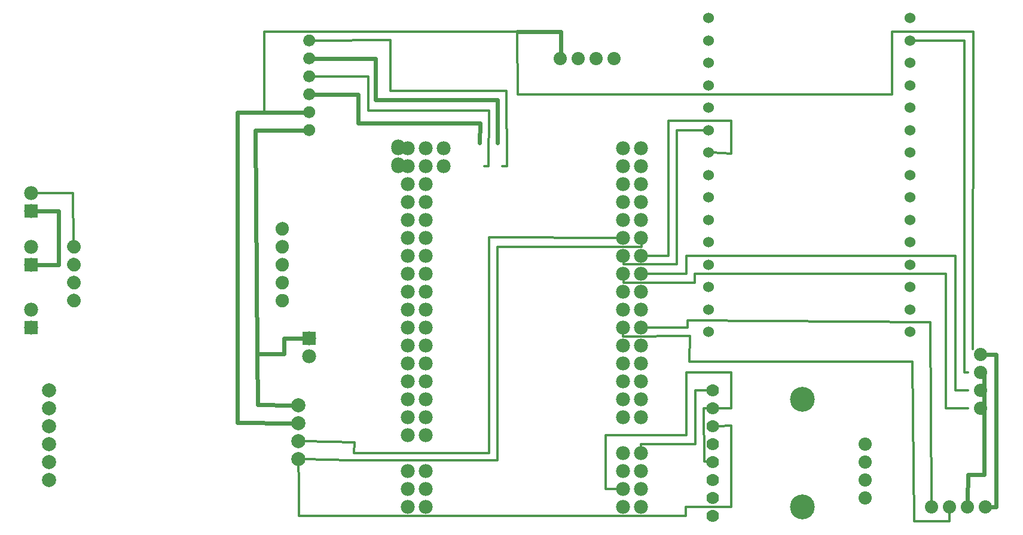
<source format=gtl>
G04 MADE WITH FRITZING*
G04 WWW.FRITZING.ORG*
G04 DOUBLE SIDED*
G04 HOLES PLATED*
G04 CONTOUR ON CENTER OF CONTOUR VECTOR*
%ASAXBY*%
%FSLAX23Y23*%
%MOIN*%
%OFA0B0*%
%SFA1.0B1.0*%
%ADD10C,0.078000*%
%ADD11C,0.065972*%
%ADD12C,0.074106*%
%ADD13C,0.078861*%
%ADD14C,0.078833*%
%ADD15C,0.138425*%
%ADD16C,0.070000*%
%ADD17C,0.073889*%
%ADD18C,0.060000*%
%ADD19R,0.078000X0.078000*%
%ADD20C,0.012000*%
%ADD21C,0.024000*%
%ADD22R,0.001000X0.001000*%
%LNCOPPER1*%
G90*
G70*
G54D10*
X2322Y563D03*
X2322Y663D03*
X2322Y763D03*
X2322Y863D03*
X2322Y963D03*
X2322Y1063D03*
X2322Y1163D03*
X2322Y1263D03*
X2322Y1363D03*
X2322Y1463D03*
X2322Y1563D03*
X2322Y1663D03*
X2322Y1763D03*
X2322Y1863D03*
X2322Y1963D03*
X2322Y2063D03*
X2322Y2163D03*
X2222Y2163D03*
X2222Y2063D03*
X2222Y1963D03*
X2222Y1863D03*
X2222Y1763D03*
X2222Y1663D03*
X2222Y1563D03*
X2222Y1463D03*
X2222Y1363D03*
X2222Y1263D03*
X2222Y1163D03*
X2222Y1063D03*
X2222Y963D03*
X2222Y863D03*
X2222Y763D03*
X2222Y663D03*
X2222Y563D03*
X3522Y663D03*
X3522Y763D03*
X3522Y863D03*
X3522Y963D03*
X3522Y1063D03*
X3522Y1163D03*
X3522Y1263D03*
X3522Y1363D03*
X3522Y1463D03*
X3522Y1563D03*
X3522Y1663D03*
X3522Y1763D03*
X3522Y1863D03*
X3522Y1963D03*
X3522Y2063D03*
X3522Y2163D03*
X3422Y2163D03*
X3422Y2063D03*
X3422Y1963D03*
X3422Y1863D03*
X3422Y1763D03*
X3422Y1663D03*
X3422Y1563D03*
X3422Y1463D03*
X3422Y1363D03*
X3422Y1263D03*
X3422Y1163D03*
X3422Y1063D03*
X3422Y963D03*
X3422Y863D03*
X3422Y763D03*
X3422Y663D03*
X3522Y163D03*
X3522Y263D03*
X3522Y363D03*
X3522Y463D03*
X3422Y463D03*
X3422Y363D03*
X3422Y263D03*
X3422Y163D03*
X2422Y2063D03*
X2167Y2063D03*
X2167Y2073D03*
X2167Y2063D03*
X2167Y2073D03*
X2167Y2063D03*
X2167Y2073D03*
X2167Y2163D03*
X2167Y2173D03*
X2167Y2163D03*
X2167Y2173D03*
X2167Y2163D03*
X2167Y2173D03*
X2422Y2163D03*
X2222Y163D03*
X2322Y163D03*
X2322Y263D03*
X2322Y363D03*
X2222Y363D03*
X2222Y263D03*
G54D11*
X1672Y2763D03*
X1672Y2663D03*
X1672Y2563D03*
X1672Y2463D03*
X1672Y2363D03*
X1672Y2263D03*
G54D12*
X359Y1614D03*
X359Y1514D03*
X359Y1413D03*
X359Y1313D03*
X1522Y1713D03*
X1522Y1613D03*
X1522Y1513D03*
X1522Y1413D03*
X1522Y1313D03*
G54D13*
X222Y313D03*
X222Y413D03*
X222Y513D03*
X222Y613D03*
X222Y713D03*
X222Y813D03*
G54D14*
X1612Y429D03*
X1612Y529D03*
X1612Y629D03*
X1612Y729D03*
G54D15*
X4422Y163D03*
G54D16*
X3922Y813D03*
X3922Y713D03*
X3922Y613D03*
X3922Y513D03*
X3922Y413D03*
X3922Y313D03*
X3922Y213D03*
X3922Y113D03*
G54D15*
X4422Y763D03*
G54D10*
X122Y1513D03*
X122Y1613D03*
G54D17*
X4772Y513D03*
X4772Y413D03*
X4772Y313D03*
X4772Y213D03*
X5415Y713D03*
X5415Y813D03*
X5415Y913D03*
X5415Y1013D03*
X3072Y2663D03*
X3172Y2663D03*
X3272Y2663D03*
X3372Y2663D03*
G54D10*
X122Y1813D03*
X122Y1913D03*
X122Y1163D03*
X122Y1263D03*
G54D18*
X3897Y1388D03*
X5022Y1138D03*
X5022Y1263D03*
X5022Y1388D03*
X5022Y1513D03*
X5022Y1638D03*
X3897Y1263D03*
X3897Y1138D03*
X3897Y1513D03*
X5022Y1763D03*
X5022Y1888D03*
X5022Y2013D03*
X5022Y2138D03*
X5022Y2263D03*
X5022Y2388D03*
X5022Y2513D03*
X5022Y2638D03*
X5022Y2763D03*
X5022Y2888D03*
X3897Y2013D03*
X3897Y2138D03*
X3897Y2263D03*
X3897Y2388D03*
X3897Y2513D03*
X3897Y2638D03*
X3897Y2763D03*
X3897Y2888D03*
X3897Y1638D03*
X3897Y1763D03*
X3897Y1888D03*
G54D10*
X1672Y1103D03*
X1672Y1003D03*
G54D17*
X5142Y163D03*
X5242Y163D03*
X5342Y163D03*
X5442Y163D03*
G54D19*
X122Y1513D03*
X122Y1813D03*
X122Y1163D03*
X1672Y1103D03*
G54D20*
X2123Y2483D02*
X2123Y2765D01*
D02*
X2772Y2483D02*
X2123Y2483D01*
D02*
X2773Y2063D02*
X2772Y2483D01*
D02*
X2123Y2765D02*
X1693Y2764D01*
D02*
X2747Y2063D02*
X2773Y2063D01*
G54D21*
D02*
X2042Y2663D02*
X1699Y2663D01*
D02*
X2722Y2194D02*
X2722Y2434D01*
D02*
X2042Y2434D02*
X2042Y2663D01*
D02*
X2722Y2434D02*
X2042Y2434D01*
G54D20*
D02*
X1932Y2564D02*
X1924Y2564D01*
D02*
X2002Y2564D02*
X1932Y2564D01*
D02*
X1924Y2564D02*
X1693Y2564D01*
D02*
X2002Y2373D02*
X2002Y2564D01*
D02*
X2673Y2372D02*
X2002Y2373D01*
D02*
X2672Y2063D02*
X2673Y2372D01*
D02*
X2647Y2063D02*
X2672Y2063D01*
G54D21*
D02*
X1942Y2462D02*
X1699Y2463D01*
D02*
X1943Y2304D02*
X1943Y2463D01*
D02*
X1943Y2463D02*
X1942Y2462D01*
D02*
X2623Y2303D02*
X1943Y2304D01*
D02*
X2622Y2194D02*
X2623Y2303D01*
G54D20*
D02*
X1902Y424D02*
X2722Y424D01*
D02*
X3523Y1613D02*
X3522Y1639D01*
D02*
X2722Y1613D02*
X3523Y1613D01*
D02*
X2722Y424D02*
X2722Y1613D01*
D02*
X1643Y429D02*
X1902Y424D01*
D02*
X1923Y524D02*
X1643Y529D01*
D02*
X1922Y464D02*
X1923Y524D01*
D02*
X2674Y464D02*
X1922Y464D01*
D02*
X2674Y1665D02*
X2674Y464D01*
D02*
X3398Y1663D02*
X2674Y1665D01*
D02*
X3823Y512D02*
X3823Y813D01*
D02*
X3823Y813D02*
X3897Y813D01*
D02*
X3521Y512D02*
X3823Y512D01*
D02*
X3522Y488D02*
X3521Y512D01*
D02*
X3773Y562D02*
X3773Y914D01*
D02*
X3773Y914D02*
X4024Y914D01*
D02*
X4024Y914D02*
X4024Y713D01*
D02*
X4024Y713D02*
X3948Y713D01*
D02*
X3323Y563D02*
X3773Y562D01*
D02*
X3324Y264D02*
X3323Y563D01*
D02*
X3398Y264D02*
X3324Y264D01*
D02*
X3873Y415D02*
X3897Y414D01*
D02*
X3872Y714D02*
X3873Y415D01*
D02*
X3897Y714D02*
X3872Y714D01*
D02*
X3771Y163D02*
X4024Y163D01*
D02*
X3771Y112D02*
X3771Y163D01*
D02*
X1613Y113D02*
X3771Y112D01*
D02*
X4024Y163D02*
X4024Y615D01*
D02*
X4024Y615D02*
X3947Y614D01*
D02*
X1613Y313D02*
X1613Y113D01*
D02*
X1612Y398D02*
X1613Y313D01*
D02*
X3721Y1515D02*
X3721Y2263D01*
D02*
X3721Y2263D02*
X3878Y2263D01*
D02*
X3423Y1515D02*
X3721Y1515D01*
D02*
X3422Y1539D02*
X3423Y1515D01*
D02*
X4024Y2315D02*
X4024Y2134D01*
D02*
X3674Y1563D02*
X3674Y2315D01*
D02*
X3674Y2315D02*
X4024Y2315D01*
D02*
X4024Y2134D02*
X3917Y2138D01*
D02*
X3547Y1563D02*
X3674Y1563D01*
D02*
X3822Y1463D02*
X3822Y1414D01*
D02*
X5221Y712D02*
X5221Y1463D01*
D02*
X5221Y1463D02*
X3822Y1463D01*
D02*
X3822Y1414D02*
X3722Y1413D01*
D02*
X3722Y1413D02*
X3423Y1413D01*
D02*
X3423Y1413D02*
X3422Y1439D01*
D02*
X5344Y713D02*
X5221Y712D01*
D02*
X5273Y813D02*
X5273Y1563D01*
D02*
X5273Y1563D02*
X3972Y1564D01*
D02*
X3972Y1564D02*
X3773Y1564D01*
D02*
X3773Y1564D02*
X3773Y1463D01*
D02*
X3773Y1463D02*
X3673Y1463D01*
D02*
X3673Y1463D02*
X3547Y1463D01*
D02*
X5344Y813D02*
X5273Y813D01*
G54D21*
D02*
X1382Y1015D02*
X1371Y2263D01*
D02*
X1383Y734D02*
X1382Y1015D01*
D02*
X1371Y2263D02*
X1646Y2263D01*
D02*
X1575Y730D02*
X1383Y734D01*
D02*
X1271Y634D02*
X1272Y2363D01*
D02*
X1272Y2363D02*
X1646Y2363D01*
D02*
X1575Y630D02*
X1271Y634D01*
G54D20*
D02*
X2833Y2462D02*
X4922Y2462D01*
D02*
X2831Y2812D02*
X2833Y2462D01*
D02*
X4922Y2462D02*
X4922Y2812D01*
D02*
X4922Y2812D02*
X5373Y2812D01*
D02*
X5373Y2812D02*
X5372Y1042D01*
D02*
X1421Y2812D02*
X2831Y2812D01*
D02*
X1421Y2363D02*
X1421Y2812D01*
D02*
X1651Y2363D02*
X1421Y2363D01*
D02*
X5324Y914D02*
X5324Y2763D01*
D02*
X5324Y2763D02*
X5042Y2763D01*
D02*
X5344Y914D02*
X5324Y914D01*
G54D21*
D02*
X3073Y2812D02*
X3073Y2698D01*
D02*
X2831Y2812D02*
X3073Y2812D01*
D02*
X273Y1513D02*
X273Y1814D01*
D02*
X273Y1814D02*
X152Y1813D01*
D02*
X152Y1513D02*
X273Y1513D01*
G54D20*
D02*
X354Y1912D02*
X147Y1913D01*
D02*
X358Y1637D02*
X354Y1912D01*
G54D21*
D02*
X1531Y1015D02*
X1531Y1102D01*
D02*
X1382Y1015D02*
X1531Y1015D01*
D02*
X1531Y1102D02*
X1642Y1103D01*
D02*
X5502Y163D02*
X5476Y163D01*
D02*
X5502Y1014D02*
X5502Y163D01*
D02*
X5406Y1014D02*
X5502Y1014D01*
D02*
X5343Y344D02*
X5434Y344D01*
D02*
X5434Y344D02*
X5434Y914D01*
D02*
X5434Y914D02*
X5406Y914D01*
D02*
X5342Y198D02*
X5343Y344D01*
G54D20*
D02*
X5033Y973D02*
X5043Y83D01*
D02*
X5241Y83D02*
X5242Y135D01*
D02*
X5043Y83D02*
X5241Y83D01*
D02*
X3792Y973D02*
X5033Y973D01*
D02*
X3421Y1114D02*
X3793Y1115D01*
D02*
X3422Y1139D02*
X3421Y1114D01*
D02*
X3793Y1115D02*
X3792Y973D01*
D02*
X3781Y1163D02*
X3781Y1204D01*
D02*
X3547Y1163D02*
X3781Y1163D01*
D02*
X5133Y1194D02*
X5142Y192D01*
D02*
X3781Y1204D02*
X5133Y1194D01*
G54D22*
X1671Y2797D02*
X1672Y2797D01*
X1664Y2796D02*
X1679Y2796D01*
X1661Y2795D02*
X1682Y2795D01*
X1659Y2794D02*
X1684Y2794D01*
X1656Y2793D02*
X1687Y2793D01*
X1655Y2792D02*
X1688Y2792D01*
X1653Y2791D02*
X1690Y2791D01*
X1652Y2790D02*
X1691Y2790D01*
X1650Y2789D02*
X1693Y2789D01*
X1649Y2788D02*
X1694Y2788D01*
X1648Y2787D02*
X1695Y2787D01*
X1647Y2786D02*
X1696Y2786D01*
X1647Y2785D02*
X1696Y2785D01*
X1646Y2784D02*
X1697Y2784D01*
X1645Y2783D02*
X1698Y2783D01*
X1644Y2782D02*
X1699Y2782D01*
X1644Y2781D02*
X1699Y2781D01*
X1643Y2780D02*
X1700Y2780D01*
X1643Y2779D02*
X1666Y2779D01*
X1677Y2779D02*
X1700Y2779D01*
X1642Y2778D02*
X1664Y2778D01*
X1679Y2778D02*
X1701Y2778D01*
X1642Y2777D02*
X1662Y2777D01*
X1681Y2777D02*
X1701Y2777D01*
X1641Y2776D02*
X1661Y2776D01*
X1682Y2776D02*
X1702Y2776D01*
X1641Y2775D02*
X1660Y2775D01*
X1683Y2775D02*
X1702Y2775D01*
X1641Y2774D02*
X1659Y2774D01*
X1684Y2774D02*
X1702Y2774D01*
X1640Y2773D02*
X1658Y2773D01*
X1685Y2773D02*
X1703Y2773D01*
X1640Y2772D02*
X1657Y2772D01*
X1686Y2772D02*
X1703Y2772D01*
X1640Y2771D02*
X1657Y2771D01*
X1686Y2771D02*
X1703Y2771D01*
X1640Y2770D02*
X1656Y2770D01*
X1687Y2770D02*
X1703Y2770D01*
X1639Y2769D02*
X1656Y2769D01*
X1687Y2769D02*
X1704Y2769D01*
X1639Y2768D02*
X1656Y2768D01*
X1687Y2768D02*
X1704Y2768D01*
X1639Y2767D02*
X1656Y2767D01*
X1687Y2767D02*
X1704Y2767D01*
X1639Y2766D02*
X1656Y2766D01*
X1687Y2766D02*
X1704Y2766D01*
X1639Y2765D02*
X1655Y2765D01*
X1688Y2765D02*
X1704Y2765D01*
X1639Y2764D02*
X1655Y2764D01*
X1688Y2764D02*
X1704Y2764D01*
X1639Y2763D02*
X1655Y2763D01*
X1688Y2763D02*
X1704Y2763D01*
X1639Y2762D02*
X1656Y2762D01*
X1687Y2762D02*
X1704Y2762D01*
X1639Y2761D02*
X1656Y2761D01*
X1687Y2761D02*
X1704Y2761D01*
X1639Y2760D02*
X1656Y2760D01*
X1687Y2760D02*
X1704Y2760D01*
X1640Y2759D02*
X1656Y2759D01*
X1687Y2759D02*
X1703Y2759D01*
X1640Y2758D02*
X1656Y2758D01*
X1687Y2758D02*
X1703Y2758D01*
X1640Y2757D02*
X1657Y2757D01*
X1686Y2757D02*
X1703Y2757D01*
X1640Y2756D02*
X1658Y2756D01*
X1685Y2756D02*
X1703Y2756D01*
X1640Y2755D02*
X1658Y2755D01*
X1685Y2755D02*
X1703Y2755D01*
X1641Y2754D02*
X1659Y2754D01*
X1684Y2754D02*
X1702Y2754D01*
X1641Y2753D02*
X1660Y2753D01*
X1683Y2753D02*
X1702Y2753D01*
X1642Y2752D02*
X1661Y2752D01*
X1682Y2752D02*
X1701Y2752D01*
X1642Y2751D02*
X1662Y2751D01*
X1681Y2751D02*
X1701Y2751D01*
X1642Y2750D02*
X1664Y2750D01*
X1679Y2750D02*
X1701Y2750D01*
X1643Y2749D02*
X1667Y2749D01*
X1676Y2749D02*
X1700Y2749D01*
X1643Y2748D02*
X1700Y2748D01*
X1644Y2747D02*
X1699Y2747D01*
X1645Y2746D02*
X1698Y2746D01*
X1645Y2745D02*
X1698Y2745D01*
X1646Y2744D02*
X1697Y2744D01*
X1647Y2743D02*
X1696Y2743D01*
X1648Y2742D02*
X1695Y2742D01*
X1648Y2741D02*
X1695Y2741D01*
X1650Y2740D02*
X1693Y2740D01*
X1651Y2739D02*
X1692Y2739D01*
X1652Y2738D02*
X1691Y2738D01*
X1653Y2737D02*
X1690Y2737D01*
X1655Y2736D02*
X1688Y2736D01*
X1657Y2735D02*
X1686Y2735D01*
X1659Y2734D02*
X1684Y2734D01*
X1662Y2733D02*
X1681Y2733D01*
X1665Y2732D02*
X1678Y2732D01*
X1670Y2697D02*
X1673Y2697D01*
X1664Y2696D02*
X1679Y2696D01*
X1661Y2695D02*
X1682Y2695D01*
X1658Y2694D02*
X1685Y2694D01*
X1656Y2693D02*
X1687Y2693D01*
X1655Y2692D02*
X1688Y2692D01*
X1653Y2691D02*
X1690Y2691D01*
X1652Y2690D02*
X1691Y2690D01*
X1650Y2689D02*
X1693Y2689D01*
X1649Y2688D02*
X1694Y2688D01*
X1648Y2687D02*
X1695Y2687D01*
X1647Y2686D02*
X1696Y2686D01*
X1647Y2685D02*
X1696Y2685D01*
X1646Y2684D02*
X1697Y2684D01*
X1645Y2683D02*
X1698Y2683D01*
X1644Y2682D02*
X1699Y2682D01*
X1644Y2681D02*
X1699Y2681D01*
X1643Y2680D02*
X1700Y2680D01*
X1643Y2679D02*
X1666Y2679D01*
X1677Y2679D02*
X1700Y2679D01*
X1642Y2678D02*
X1664Y2678D01*
X1679Y2678D02*
X1701Y2678D01*
X1642Y2677D02*
X1662Y2677D01*
X1681Y2677D02*
X1701Y2677D01*
X1641Y2676D02*
X1661Y2676D01*
X1682Y2676D02*
X1702Y2676D01*
X1641Y2675D02*
X1660Y2675D01*
X1683Y2675D02*
X1702Y2675D01*
X1641Y2674D02*
X1659Y2674D01*
X1684Y2674D02*
X1702Y2674D01*
X1640Y2673D02*
X1658Y2673D01*
X1685Y2673D02*
X1703Y2673D01*
X1640Y2672D02*
X1657Y2672D01*
X1686Y2672D02*
X1703Y2672D01*
X1640Y2671D02*
X1657Y2671D01*
X1686Y2671D02*
X1703Y2671D01*
X1640Y2670D02*
X1656Y2670D01*
X1687Y2670D02*
X1703Y2670D01*
X1639Y2669D02*
X1656Y2669D01*
X1687Y2669D02*
X1704Y2669D01*
X1639Y2668D02*
X1656Y2668D01*
X1687Y2668D02*
X1704Y2668D01*
X1639Y2667D02*
X1656Y2667D01*
X1687Y2667D02*
X1704Y2667D01*
X1639Y2666D02*
X1656Y2666D01*
X1687Y2666D02*
X1704Y2666D01*
X1639Y2665D02*
X1655Y2665D01*
X1688Y2665D02*
X1704Y2665D01*
X1639Y2664D02*
X1655Y2664D01*
X1688Y2664D02*
X1704Y2664D01*
X1639Y2663D02*
X1655Y2663D01*
X1688Y2663D02*
X1704Y2663D01*
X1639Y2662D02*
X1656Y2662D01*
X1687Y2662D02*
X1704Y2662D01*
X1639Y2661D02*
X1656Y2661D01*
X1687Y2661D02*
X1704Y2661D01*
X1639Y2660D02*
X1656Y2660D01*
X1687Y2660D02*
X1704Y2660D01*
X1640Y2659D02*
X1656Y2659D01*
X1687Y2659D02*
X1703Y2659D01*
X1640Y2658D02*
X1656Y2658D01*
X1687Y2658D02*
X1703Y2658D01*
X1640Y2657D02*
X1657Y2657D01*
X1686Y2657D02*
X1703Y2657D01*
X1640Y2656D02*
X1658Y2656D01*
X1685Y2656D02*
X1703Y2656D01*
X1640Y2655D02*
X1658Y2655D01*
X1685Y2655D02*
X1703Y2655D01*
X1641Y2654D02*
X1659Y2654D01*
X1684Y2654D02*
X1702Y2654D01*
X1641Y2653D02*
X1660Y2653D01*
X1683Y2653D02*
X1702Y2653D01*
X1642Y2652D02*
X1661Y2652D01*
X1682Y2652D02*
X1701Y2652D01*
X1642Y2651D02*
X1662Y2651D01*
X1681Y2651D02*
X1701Y2651D01*
X1642Y2650D02*
X1664Y2650D01*
X1679Y2650D02*
X1701Y2650D01*
X1643Y2649D02*
X1667Y2649D01*
X1676Y2649D02*
X1700Y2649D01*
X1643Y2648D02*
X1700Y2648D01*
X1644Y2647D02*
X1699Y2647D01*
X1645Y2646D02*
X1698Y2646D01*
X1645Y2645D02*
X1698Y2645D01*
X1646Y2644D02*
X1697Y2644D01*
X1647Y2643D02*
X1696Y2643D01*
X1648Y2642D02*
X1695Y2642D01*
X1649Y2641D02*
X1694Y2641D01*
X1650Y2640D02*
X1693Y2640D01*
X1651Y2639D02*
X1692Y2639D01*
X1652Y2638D02*
X1691Y2638D01*
X1653Y2637D02*
X1690Y2637D01*
X1655Y2636D02*
X1688Y2636D01*
X1657Y2635D02*
X1686Y2635D01*
X1659Y2634D02*
X1684Y2634D01*
X1662Y2633D02*
X1681Y2633D01*
X1665Y2632D02*
X1678Y2632D01*
X1669Y2597D02*
X1674Y2597D01*
X1664Y2596D02*
X1679Y2596D01*
X1661Y2595D02*
X1682Y2595D01*
X1658Y2594D02*
X1685Y2594D01*
X1656Y2593D02*
X1687Y2593D01*
X1655Y2592D02*
X1688Y2592D01*
X1653Y2591D02*
X1690Y2591D01*
X1652Y2590D02*
X1691Y2590D01*
X1650Y2589D02*
X1693Y2589D01*
X1649Y2588D02*
X1694Y2588D01*
X1648Y2587D02*
X1695Y2587D01*
X1647Y2586D02*
X1696Y2586D01*
X1646Y2585D02*
X1696Y2585D01*
X1646Y2584D02*
X1697Y2584D01*
X1645Y2583D02*
X1698Y2583D01*
X1644Y2582D02*
X1699Y2582D01*
X1644Y2581D02*
X1699Y2581D01*
X1643Y2580D02*
X1700Y2580D01*
X1643Y2579D02*
X1666Y2579D01*
X1677Y2579D02*
X1700Y2579D01*
X1642Y2578D02*
X1664Y2578D01*
X1679Y2578D02*
X1701Y2578D01*
X1642Y2577D02*
X1662Y2577D01*
X1681Y2577D02*
X1701Y2577D01*
X1641Y2576D02*
X1661Y2576D01*
X1682Y2576D02*
X1702Y2576D01*
X1641Y2575D02*
X1660Y2575D01*
X1683Y2575D02*
X1702Y2575D01*
X1641Y2574D02*
X1659Y2574D01*
X1684Y2574D02*
X1702Y2574D01*
X1640Y2573D02*
X1658Y2573D01*
X1685Y2573D02*
X1703Y2573D01*
X1640Y2572D02*
X1657Y2572D01*
X1686Y2572D02*
X1703Y2572D01*
X1640Y2571D02*
X1657Y2571D01*
X1686Y2571D02*
X1703Y2571D01*
X1640Y2570D02*
X1656Y2570D01*
X1687Y2570D02*
X1703Y2570D01*
X1639Y2569D02*
X1656Y2569D01*
X1687Y2569D02*
X1704Y2569D01*
X1639Y2568D02*
X1656Y2568D01*
X1687Y2568D02*
X1704Y2568D01*
X1639Y2567D02*
X1656Y2567D01*
X1687Y2567D02*
X1704Y2567D01*
X1639Y2566D02*
X1656Y2566D01*
X1687Y2566D02*
X1704Y2566D01*
X1639Y2565D02*
X1655Y2565D01*
X1688Y2565D02*
X1704Y2565D01*
X1639Y2564D02*
X1655Y2564D01*
X1688Y2564D02*
X1704Y2564D01*
X1639Y2563D02*
X1655Y2563D01*
X1688Y2563D02*
X1704Y2563D01*
X1639Y2562D02*
X1656Y2562D01*
X1687Y2562D02*
X1704Y2562D01*
X1639Y2561D02*
X1656Y2561D01*
X1687Y2561D02*
X1704Y2561D01*
X1639Y2560D02*
X1656Y2560D01*
X1687Y2560D02*
X1704Y2560D01*
X1640Y2559D02*
X1656Y2559D01*
X1687Y2559D02*
X1703Y2559D01*
X1640Y2558D02*
X1656Y2558D01*
X1687Y2558D02*
X1703Y2558D01*
X1640Y2557D02*
X1657Y2557D01*
X1686Y2557D02*
X1703Y2557D01*
X1640Y2556D02*
X1658Y2556D01*
X1685Y2556D02*
X1703Y2556D01*
X1640Y2555D02*
X1658Y2555D01*
X1685Y2555D02*
X1703Y2555D01*
X1641Y2554D02*
X1659Y2554D01*
X1684Y2554D02*
X1702Y2554D01*
X1641Y2553D02*
X1660Y2553D01*
X1683Y2553D02*
X1702Y2553D01*
X1642Y2552D02*
X1661Y2552D01*
X1682Y2552D02*
X1701Y2552D01*
X1642Y2551D02*
X1662Y2551D01*
X1681Y2551D02*
X1701Y2551D01*
X1642Y2550D02*
X1664Y2550D01*
X1679Y2550D02*
X1701Y2550D01*
X1643Y2549D02*
X1667Y2549D01*
X1676Y2549D02*
X1700Y2549D01*
X1643Y2548D02*
X1700Y2548D01*
X1644Y2547D02*
X1699Y2547D01*
X1645Y2546D02*
X1698Y2546D01*
X1645Y2545D02*
X1698Y2545D01*
X1646Y2544D02*
X1697Y2544D01*
X1647Y2543D02*
X1696Y2543D01*
X1648Y2542D02*
X1695Y2542D01*
X1649Y2541D02*
X1694Y2541D01*
X1650Y2540D02*
X1693Y2540D01*
X1651Y2539D02*
X1692Y2539D01*
X1652Y2538D02*
X1691Y2538D01*
X1653Y2537D02*
X1690Y2537D01*
X1655Y2536D02*
X1688Y2536D01*
X1657Y2535D02*
X1686Y2535D01*
X1659Y2534D02*
X1684Y2534D01*
X1662Y2533D02*
X1681Y2533D01*
X1665Y2532D02*
X1678Y2532D01*
X1669Y2497D02*
X1674Y2497D01*
X1664Y2496D02*
X1679Y2496D01*
X1661Y2495D02*
X1682Y2495D01*
X1658Y2494D02*
X1685Y2494D01*
X1656Y2493D02*
X1687Y2493D01*
X1655Y2492D02*
X1688Y2492D01*
X1653Y2491D02*
X1690Y2491D01*
X1652Y2490D02*
X1691Y2490D01*
X1650Y2489D02*
X1693Y2489D01*
X1649Y2488D02*
X1694Y2488D01*
X1648Y2487D02*
X1695Y2487D01*
X1647Y2486D02*
X1696Y2486D01*
X1646Y2485D02*
X1697Y2485D01*
X1646Y2484D02*
X1697Y2484D01*
X1645Y2483D02*
X1698Y2483D01*
X1644Y2482D02*
X1699Y2482D01*
X1644Y2481D02*
X1699Y2481D01*
X1643Y2480D02*
X1700Y2480D01*
X1643Y2479D02*
X1666Y2479D01*
X1677Y2479D02*
X1700Y2479D01*
X1642Y2478D02*
X1664Y2478D01*
X1679Y2478D02*
X1701Y2478D01*
X1642Y2477D02*
X1662Y2477D01*
X1681Y2477D02*
X1701Y2477D01*
X1641Y2476D02*
X1661Y2476D01*
X1682Y2476D02*
X1702Y2476D01*
X1641Y2475D02*
X1660Y2475D01*
X1683Y2475D02*
X1702Y2475D01*
X1641Y2474D02*
X1659Y2474D01*
X1684Y2474D02*
X1702Y2474D01*
X1640Y2473D02*
X1658Y2473D01*
X1685Y2473D02*
X1703Y2473D01*
X1640Y2472D02*
X1657Y2472D01*
X1686Y2472D02*
X1703Y2472D01*
X1640Y2471D02*
X1657Y2471D01*
X1686Y2471D02*
X1703Y2471D01*
X1640Y2470D02*
X1656Y2470D01*
X1687Y2470D02*
X1703Y2470D01*
X1639Y2469D02*
X1656Y2469D01*
X1687Y2469D02*
X1704Y2469D01*
X1639Y2468D02*
X1656Y2468D01*
X1687Y2468D02*
X1704Y2468D01*
X1639Y2467D02*
X1656Y2467D01*
X1687Y2467D02*
X1704Y2467D01*
X1639Y2466D02*
X1656Y2466D01*
X1687Y2466D02*
X1704Y2466D01*
X1639Y2465D02*
X1655Y2465D01*
X1688Y2465D02*
X1704Y2465D01*
X1639Y2464D02*
X1655Y2464D01*
X1688Y2464D02*
X1704Y2464D01*
X1639Y2463D02*
X1655Y2463D01*
X1688Y2463D02*
X1704Y2463D01*
X1639Y2462D02*
X1656Y2462D01*
X1687Y2462D02*
X1704Y2462D01*
X1639Y2461D02*
X1656Y2461D01*
X1687Y2461D02*
X1704Y2461D01*
X1639Y2460D02*
X1656Y2460D01*
X1687Y2460D02*
X1704Y2460D01*
X1640Y2459D02*
X1656Y2459D01*
X1687Y2459D02*
X1703Y2459D01*
X1640Y2458D02*
X1656Y2458D01*
X1686Y2458D02*
X1703Y2458D01*
X1640Y2457D02*
X1657Y2457D01*
X1686Y2457D02*
X1703Y2457D01*
X1640Y2456D02*
X1658Y2456D01*
X1685Y2456D02*
X1703Y2456D01*
X1640Y2455D02*
X1658Y2455D01*
X1685Y2455D02*
X1703Y2455D01*
X1641Y2454D02*
X1659Y2454D01*
X1684Y2454D02*
X1702Y2454D01*
X1641Y2453D02*
X1660Y2453D01*
X1683Y2453D02*
X1702Y2453D01*
X1642Y2452D02*
X1661Y2452D01*
X1682Y2452D02*
X1701Y2452D01*
X1642Y2451D02*
X1662Y2451D01*
X1681Y2451D02*
X1701Y2451D01*
X1642Y2450D02*
X1664Y2450D01*
X1679Y2450D02*
X1701Y2450D01*
X1643Y2449D02*
X1667Y2449D01*
X1676Y2449D02*
X1700Y2449D01*
X1643Y2448D02*
X1700Y2448D01*
X1644Y2447D02*
X1699Y2447D01*
X1645Y2446D02*
X1698Y2446D01*
X1645Y2445D02*
X1698Y2445D01*
X1646Y2444D02*
X1697Y2444D01*
X1647Y2443D02*
X1696Y2443D01*
X1648Y2442D02*
X1695Y2442D01*
X1649Y2441D02*
X1694Y2441D01*
X1650Y2440D02*
X1693Y2440D01*
X1651Y2439D02*
X1692Y2439D01*
X1652Y2438D02*
X1691Y2438D01*
X1653Y2437D02*
X1690Y2437D01*
X1655Y2436D02*
X1688Y2436D01*
X1657Y2435D02*
X1686Y2435D01*
X1659Y2434D02*
X1684Y2434D01*
X1662Y2433D02*
X1681Y2433D01*
X1665Y2432D02*
X1678Y2432D01*
X1669Y2397D02*
X1674Y2397D01*
X1664Y2396D02*
X1679Y2396D01*
X1661Y2395D02*
X1682Y2395D01*
X1658Y2394D02*
X1685Y2394D01*
X1656Y2393D02*
X1687Y2393D01*
X1654Y2392D02*
X1689Y2392D01*
X1653Y2391D02*
X1690Y2391D01*
X1652Y2390D02*
X1691Y2390D01*
X1650Y2389D02*
X1693Y2389D01*
X1649Y2388D02*
X1694Y2388D01*
X1648Y2387D02*
X1695Y2387D01*
X1647Y2386D02*
X1696Y2386D01*
X1646Y2385D02*
X1697Y2385D01*
X1646Y2384D02*
X1697Y2384D01*
X1645Y2383D02*
X1698Y2383D01*
X1644Y2382D02*
X1699Y2382D01*
X1644Y2381D02*
X1699Y2381D01*
X1643Y2380D02*
X1700Y2380D01*
X1643Y2379D02*
X1666Y2379D01*
X1677Y2379D02*
X1700Y2379D01*
X1642Y2378D02*
X1664Y2378D01*
X1680Y2378D02*
X1701Y2378D01*
X1642Y2377D02*
X1662Y2377D01*
X1681Y2377D02*
X1701Y2377D01*
X1641Y2376D02*
X1661Y2376D01*
X1682Y2376D02*
X1702Y2376D01*
X1641Y2375D02*
X1660Y2375D01*
X1683Y2375D02*
X1702Y2375D01*
X1641Y2374D02*
X1659Y2374D01*
X1684Y2374D02*
X1702Y2374D01*
X1640Y2373D02*
X1658Y2373D01*
X1685Y2373D02*
X1703Y2373D01*
X1640Y2372D02*
X1657Y2372D01*
X1686Y2372D02*
X1703Y2372D01*
X1640Y2371D02*
X1657Y2371D01*
X1686Y2371D02*
X1703Y2371D01*
X1640Y2370D02*
X1656Y2370D01*
X1687Y2370D02*
X1703Y2370D01*
X1639Y2369D02*
X1656Y2369D01*
X1687Y2369D02*
X1704Y2369D01*
X1639Y2368D02*
X1656Y2368D01*
X1687Y2368D02*
X1704Y2368D01*
X1639Y2367D02*
X1656Y2367D01*
X1687Y2367D02*
X1704Y2367D01*
X1639Y2366D02*
X1656Y2366D01*
X1688Y2366D02*
X1704Y2366D01*
X1639Y2365D02*
X1655Y2365D01*
X1688Y2365D02*
X1704Y2365D01*
X1639Y2364D02*
X1655Y2364D01*
X1688Y2364D02*
X1704Y2364D01*
X1639Y2363D02*
X1655Y2363D01*
X1688Y2363D02*
X1704Y2363D01*
X1639Y2362D02*
X1656Y2362D01*
X1687Y2362D02*
X1704Y2362D01*
X1639Y2361D02*
X1656Y2361D01*
X1687Y2361D02*
X1704Y2361D01*
X1639Y2360D02*
X1656Y2360D01*
X1687Y2360D02*
X1704Y2360D01*
X1640Y2359D02*
X1656Y2359D01*
X1687Y2359D02*
X1703Y2359D01*
X1640Y2358D02*
X1657Y2358D01*
X1686Y2358D02*
X1703Y2358D01*
X1640Y2357D02*
X1657Y2357D01*
X1686Y2357D02*
X1703Y2357D01*
X1640Y2356D02*
X1658Y2356D01*
X1685Y2356D02*
X1703Y2356D01*
X1641Y2355D02*
X1658Y2355D01*
X1685Y2355D02*
X1703Y2355D01*
X1641Y2354D02*
X1659Y2354D01*
X1684Y2354D02*
X1702Y2354D01*
X1641Y2353D02*
X1660Y2353D01*
X1683Y2353D02*
X1702Y2353D01*
X1642Y2352D02*
X1661Y2352D01*
X1682Y2352D02*
X1701Y2352D01*
X1642Y2351D02*
X1663Y2351D01*
X1680Y2351D02*
X1701Y2351D01*
X1642Y2350D02*
X1664Y2350D01*
X1679Y2350D02*
X1701Y2350D01*
X1643Y2349D02*
X1667Y2349D01*
X1676Y2349D02*
X1700Y2349D01*
X1643Y2348D02*
X1700Y2348D01*
X1644Y2347D02*
X1699Y2347D01*
X1645Y2346D02*
X1698Y2346D01*
X1645Y2345D02*
X1698Y2345D01*
X1646Y2344D02*
X1697Y2344D01*
X1647Y2343D02*
X1696Y2343D01*
X1648Y2342D02*
X1695Y2342D01*
X1649Y2341D02*
X1694Y2341D01*
X1650Y2340D02*
X1693Y2340D01*
X1651Y2339D02*
X1692Y2339D01*
X1652Y2338D02*
X1691Y2338D01*
X1654Y2337D02*
X1689Y2337D01*
X1655Y2336D02*
X1688Y2336D01*
X1657Y2335D02*
X1686Y2335D01*
X1659Y2334D02*
X1684Y2334D01*
X1662Y2333D02*
X1681Y2333D01*
X1666Y2332D02*
X1678Y2332D01*
X1668Y2297D02*
X1675Y2297D01*
X1664Y2296D02*
X1679Y2296D01*
X1661Y2295D02*
X1682Y2295D01*
X1658Y2294D02*
X1685Y2294D01*
X1656Y2293D02*
X1687Y2293D01*
X1654Y2292D02*
X1689Y2292D01*
X1653Y2291D02*
X1690Y2291D01*
X1651Y2290D02*
X1691Y2290D01*
X1650Y2289D02*
X1693Y2289D01*
X1649Y2288D02*
X1694Y2288D01*
X1648Y2287D02*
X1695Y2287D01*
X1647Y2286D02*
X1696Y2286D01*
X1646Y2285D02*
X1697Y2285D01*
X1646Y2284D02*
X1697Y2284D01*
X1645Y2283D02*
X1698Y2283D01*
X1644Y2282D02*
X1699Y2282D01*
X1644Y2281D02*
X1699Y2281D01*
X1643Y2280D02*
X1700Y2280D01*
X1643Y2279D02*
X1666Y2279D01*
X1677Y2279D02*
X1700Y2279D01*
X1642Y2278D02*
X1663Y2278D01*
X1680Y2278D02*
X1701Y2278D01*
X1642Y2277D02*
X1662Y2277D01*
X1681Y2277D02*
X1701Y2277D01*
X1641Y2276D02*
X1661Y2276D01*
X1682Y2276D02*
X1702Y2276D01*
X1641Y2275D02*
X1660Y2275D01*
X1683Y2275D02*
X1702Y2275D01*
X1641Y2274D02*
X1659Y2274D01*
X1684Y2274D02*
X1702Y2274D01*
X1640Y2273D02*
X1658Y2273D01*
X1685Y2273D02*
X1703Y2273D01*
X1640Y2272D02*
X1657Y2272D01*
X1686Y2272D02*
X1703Y2272D01*
X1640Y2271D02*
X1657Y2271D01*
X1686Y2271D02*
X1703Y2271D01*
X1640Y2270D02*
X1656Y2270D01*
X1687Y2270D02*
X1703Y2270D01*
X1639Y2269D02*
X1656Y2269D01*
X1687Y2269D02*
X1704Y2269D01*
X1639Y2268D02*
X1656Y2268D01*
X1687Y2268D02*
X1704Y2268D01*
X1639Y2267D02*
X1656Y2267D01*
X1687Y2267D02*
X1704Y2267D01*
X1639Y2266D02*
X1656Y2266D01*
X1687Y2266D02*
X1704Y2266D01*
X1639Y2265D02*
X1655Y2265D01*
X1688Y2265D02*
X1704Y2265D01*
X1639Y2264D02*
X1655Y2264D01*
X1688Y2264D02*
X1704Y2264D01*
X1639Y2263D02*
X1655Y2263D01*
X1688Y2263D02*
X1704Y2263D01*
X1639Y2262D02*
X1656Y2262D01*
X1687Y2262D02*
X1704Y2262D01*
X1639Y2261D02*
X1656Y2261D01*
X1687Y2261D02*
X1704Y2261D01*
X1639Y2260D02*
X1656Y2260D01*
X1687Y2260D02*
X1704Y2260D01*
X1640Y2259D02*
X1656Y2259D01*
X1687Y2259D02*
X1703Y2259D01*
X1640Y2258D02*
X1657Y2258D01*
X1686Y2258D02*
X1703Y2258D01*
X1640Y2257D02*
X1657Y2257D01*
X1686Y2257D02*
X1703Y2257D01*
X1640Y2256D02*
X1658Y2256D01*
X1685Y2256D02*
X1703Y2256D01*
X1641Y2255D02*
X1658Y2255D01*
X1685Y2255D02*
X1703Y2255D01*
X1641Y2254D02*
X1659Y2254D01*
X1684Y2254D02*
X1702Y2254D01*
X1641Y2253D02*
X1660Y2253D01*
X1683Y2253D02*
X1702Y2253D01*
X1642Y2252D02*
X1661Y2252D01*
X1682Y2252D02*
X1701Y2252D01*
X1642Y2251D02*
X1663Y2251D01*
X1680Y2251D02*
X1701Y2251D01*
X1642Y2250D02*
X1664Y2250D01*
X1679Y2250D02*
X1701Y2250D01*
X1643Y2249D02*
X1667Y2249D01*
X1676Y2249D02*
X1700Y2249D01*
X1643Y2248D02*
X1700Y2248D01*
X1644Y2247D02*
X1699Y2247D01*
X1645Y2246D02*
X1698Y2246D01*
X1645Y2245D02*
X1698Y2245D01*
X1646Y2244D02*
X1697Y2244D01*
X1647Y2243D02*
X1696Y2243D01*
X1648Y2242D02*
X1695Y2242D01*
X1649Y2241D02*
X1694Y2241D01*
X1650Y2240D02*
X1693Y2240D01*
X1651Y2239D02*
X1692Y2239D01*
X1652Y2238D02*
X1691Y2238D01*
X1654Y2237D02*
X1689Y2237D01*
X1655Y2236D02*
X1688Y2236D01*
X1657Y2235D02*
X1686Y2235D01*
X1659Y2234D02*
X1684Y2234D01*
X1662Y2233D02*
X1681Y2233D01*
X1666Y2232D02*
X1677Y2232D01*
X1517Y1751D02*
X1526Y1751D01*
X1512Y1750D02*
X1531Y1750D01*
X1509Y1749D02*
X1534Y1749D01*
X1507Y1748D02*
X1536Y1748D01*
X1505Y1747D02*
X1538Y1747D01*
X1503Y1746D02*
X1540Y1746D01*
X1501Y1745D02*
X1542Y1745D01*
X1500Y1744D02*
X1543Y1744D01*
X1499Y1743D02*
X1544Y1743D01*
X1497Y1742D02*
X1546Y1742D01*
X1496Y1741D02*
X1547Y1741D01*
X1495Y1740D02*
X1548Y1740D01*
X1494Y1739D02*
X1549Y1739D01*
X1494Y1738D02*
X1550Y1738D01*
X1493Y1737D02*
X1550Y1737D01*
X1492Y1736D02*
X1551Y1736D01*
X1491Y1735D02*
X1552Y1735D01*
X1491Y1734D02*
X1552Y1734D01*
X1490Y1733D02*
X1553Y1733D01*
X1490Y1732D02*
X1553Y1732D01*
X1489Y1731D02*
X1515Y1731D01*
X1528Y1731D02*
X1554Y1731D01*
X1489Y1730D02*
X1513Y1730D01*
X1530Y1730D02*
X1554Y1730D01*
X1488Y1729D02*
X1511Y1729D01*
X1532Y1729D02*
X1555Y1729D01*
X1488Y1728D02*
X1510Y1728D01*
X1533Y1728D02*
X1555Y1728D01*
X1487Y1727D02*
X1509Y1727D01*
X1534Y1727D02*
X1556Y1727D01*
X1487Y1726D02*
X1508Y1726D01*
X1535Y1726D02*
X1556Y1726D01*
X1487Y1725D02*
X1507Y1725D01*
X1536Y1725D02*
X1556Y1725D01*
X1486Y1724D02*
X1506Y1724D01*
X1537Y1724D02*
X1557Y1724D01*
X1486Y1723D02*
X1506Y1723D01*
X1537Y1723D02*
X1557Y1723D01*
X1486Y1722D02*
X1505Y1722D01*
X1538Y1722D02*
X1557Y1722D01*
X1486Y1721D02*
X1505Y1721D01*
X1538Y1721D02*
X1557Y1721D01*
X1486Y1720D02*
X1504Y1720D01*
X1539Y1720D02*
X1558Y1720D01*
X1485Y1719D02*
X1504Y1719D01*
X1539Y1719D02*
X1558Y1719D01*
X1485Y1718D02*
X1504Y1718D01*
X1539Y1718D02*
X1558Y1718D01*
X1485Y1717D02*
X1504Y1717D01*
X1539Y1717D02*
X1558Y1717D01*
X1485Y1716D02*
X1504Y1716D01*
X1539Y1716D02*
X1558Y1716D01*
X1485Y1715D02*
X1504Y1715D01*
X1540Y1715D02*
X1558Y1715D01*
X1485Y1714D02*
X1504Y1714D01*
X1540Y1714D02*
X1558Y1714D01*
X1485Y1713D02*
X1504Y1713D01*
X1539Y1713D02*
X1558Y1713D01*
X1485Y1712D02*
X1504Y1712D01*
X1539Y1712D02*
X1558Y1712D01*
X1485Y1711D02*
X1504Y1711D01*
X1539Y1711D02*
X1558Y1711D01*
X1485Y1710D02*
X1504Y1710D01*
X1539Y1710D02*
X1558Y1710D01*
X1485Y1709D02*
X1504Y1709D01*
X1539Y1709D02*
X1558Y1709D01*
X1486Y1708D02*
X1505Y1708D01*
X1538Y1708D02*
X1557Y1708D01*
X1486Y1707D02*
X1505Y1707D01*
X1538Y1707D02*
X1557Y1707D01*
X1486Y1706D02*
X1506Y1706D01*
X1537Y1706D02*
X1557Y1706D01*
X1486Y1705D02*
X1506Y1705D01*
X1537Y1705D02*
X1557Y1705D01*
X1487Y1704D02*
X1507Y1704D01*
X1536Y1704D02*
X1556Y1704D01*
X1487Y1703D02*
X1508Y1703D01*
X1535Y1703D02*
X1556Y1703D01*
X1487Y1702D02*
X1509Y1702D01*
X1534Y1702D02*
X1556Y1702D01*
X1488Y1701D02*
X1510Y1701D01*
X1533Y1701D02*
X1555Y1701D01*
X1488Y1700D02*
X1511Y1700D01*
X1532Y1700D02*
X1555Y1700D01*
X1489Y1699D02*
X1513Y1699D01*
X1531Y1699D02*
X1554Y1699D01*
X1489Y1698D02*
X1514Y1698D01*
X1529Y1698D02*
X1554Y1698D01*
X1490Y1697D02*
X1519Y1697D01*
X1524Y1697D02*
X1554Y1697D01*
X1490Y1696D02*
X1553Y1696D01*
X1491Y1695D02*
X1552Y1695D01*
X1491Y1694D02*
X1552Y1694D01*
X1492Y1693D02*
X1551Y1693D01*
X1493Y1692D02*
X1550Y1692D01*
X1493Y1691D02*
X1550Y1691D01*
X1494Y1690D02*
X1549Y1690D01*
X1495Y1689D02*
X1548Y1689D01*
X1496Y1688D02*
X1547Y1688D01*
X1497Y1687D02*
X1546Y1687D01*
X1498Y1686D02*
X1545Y1686D01*
X1500Y1685D02*
X1543Y1685D01*
X1501Y1684D02*
X1542Y1684D01*
X1503Y1683D02*
X1540Y1683D01*
X1504Y1682D02*
X1539Y1682D01*
X1507Y1681D02*
X1537Y1681D01*
X1509Y1680D02*
X1534Y1680D01*
X1512Y1679D02*
X1531Y1679D01*
X1516Y1678D02*
X1527Y1678D01*
X352Y1651D02*
X365Y1651D01*
X1518Y1651D02*
X1525Y1651D01*
X348Y1650D02*
X368Y1650D01*
X1513Y1650D02*
X1530Y1650D01*
X345Y1649D02*
X371Y1649D01*
X1510Y1649D02*
X1533Y1649D01*
X343Y1648D02*
X373Y1648D01*
X1507Y1648D02*
X1536Y1648D01*
X341Y1647D02*
X375Y1647D01*
X1505Y1647D02*
X1538Y1647D01*
X339Y1646D02*
X377Y1646D01*
X1503Y1646D02*
X1540Y1646D01*
X337Y1645D02*
X379Y1645D01*
X1502Y1645D02*
X1542Y1645D01*
X336Y1644D02*
X380Y1644D01*
X1500Y1644D02*
X1543Y1644D01*
X335Y1643D02*
X381Y1643D01*
X1499Y1643D02*
X1544Y1643D01*
X334Y1642D02*
X383Y1642D01*
X1498Y1642D02*
X1546Y1642D01*
X333Y1641D02*
X384Y1641D01*
X1496Y1641D02*
X1547Y1641D01*
X332Y1640D02*
X385Y1640D01*
X1495Y1640D02*
X1548Y1640D01*
X331Y1639D02*
X386Y1639D01*
X1495Y1639D02*
X1549Y1639D01*
X330Y1638D02*
X386Y1638D01*
X1494Y1638D02*
X1549Y1638D01*
X329Y1637D02*
X387Y1637D01*
X1493Y1637D02*
X1550Y1637D01*
X328Y1636D02*
X388Y1636D01*
X1492Y1636D02*
X1551Y1636D01*
X328Y1635D02*
X388Y1635D01*
X1491Y1635D02*
X1552Y1635D01*
X327Y1634D02*
X389Y1634D01*
X1491Y1634D02*
X1552Y1634D01*
X327Y1633D02*
X390Y1633D01*
X1490Y1633D02*
X1553Y1633D01*
X326Y1632D02*
X355Y1632D01*
X362Y1632D02*
X390Y1632D01*
X1490Y1632D02*
X1553Y1632D01*
X326Y1631D02*
X351Y1631D01*
X366Y1631D02*
X391Y1631D01*
X1489Y1631D02*
X1516Y1631D01*
X1528Y1631D02*
X1554Y1631D01*
X325Y1630D02*
X349Y1630D01*
X367Y1630D02*
X391Y1630D01*
X1489Y1630D02*
X1513Y1630D01*
X1530Y1630D02*
X1554Y1630D01*
X325Y1629D02*
X347Y1629D01*
X369Y1629D02*
X392Y1629D01*
X1488Y1629D02*
X1511Y1629D01*
X1532Y1629D02*
X1555Y1629D01*
X324Y1628D02*
X346Y1628D01*
X370Y1628D02*
X392Y1628D01*
X1488Y1628D02*
X1510Y1628D01*
X1533Y1628D02*
X1555Y1628D01*
X324Y1627D02*
X345Y1627D01*
X371Y1627D02*
X392Y1627D01*
X1487Y1627D02*
X1509Y1627D01*
X1534Y1627D02*
X1556Y1627D01*
X324Y1626D02*
X344Y1626D01*
X372Y1626D02*
X393Y1626D01*
X1487Y1626D02*
X1508Y1626D01*
X1535Y1626D02*
X1556Y1626D01*
X323Y1625D02*
X343Y1625D01*
X373Y1625D02*
X393Y1625D01*
X1487Y1625D02*
X1507Y1625D01*
X1536Y1625D02*
X1556Y1625D01*
X323Y1624D02*
X343Y1624D01*
X374Y1624D02*
X393Y1624D01*
X1486Y1624D02*
X1506Y1624D01*
X1537Y1624D02*
X1557Y1624D01*
X323Y1623D02*
X342Y1623D01*
X374Y1623D02*
X394Y1623D01*
X1486Y1623D02*
X1506Y1623D01*
X1537Y1623D02*
X1557Y1623D01*
X322Y1622D02*
X342Y1622D01*
X375Y1622D02*
X394Y1622D01*
X1486Y1622D02*
X1505Y1622D01*
X1538Y1622D02*
X1557Y1622D01*
X322Y1621D02*
X341Y1621D01*
X375Y1621D02*
X394Y1621D01*
X1486Y1621D02*
X1505Y1621D01*
X1538Y1621D02*
X1557Y1621D01*
X322Y1620D02*
X341Y1620D01*
X375Y1620D02*
X394Y1620D01*
X1486Y1620D02*
X1504Y1620D01*
X1539Y1620D02*
X1558Y1620D01*
X322Y1619D02*
X341Y1619D01*
X376Y1619D02*
X394Y1619D01*
X1485Y1619D02*
X1504Y1619D01*
X1539Y1619D02*
X1558Y1619D01*
X322Y1618D02*
X340Y1618D01*
X376Y1618D02*
X394Y1618D01*
X1485Y1618D02*
X1504Y1618D01*
X1539Y1618D02*
X1558Y1618D01*
X322Y1617D02*
X340Y1617D01*
X376Y1617D02*
X395Y1617D01*
X1485Y1617D02*
X1504Y1617D01*
X1539Y1617D02*
X1558Y1617D01*
X322Y1616D02*
X340Y1616D01*
X376Y1616D02*
X395Y1616D01*
X1485Y1616D02*
X1504Y1616D01*
X1539Y1616D02*
X1558Y1616D01*
X322Y1615D02*
X340Y1615D01*
X376Y1615D02*
X395Y1615D01*
X1485Y1615D02*
X1504Y1615D01*
X1540Y1615D02*
X1558Y1615D01*
X322Y1614D02*
X340Y1614D01*
X376Y1614D02*
X395Y1614D01*
X1485Y1614D02*
X1504Y1614D01*
X1540Y1614D02*
X1558Y1614D01*
X322Y1613D02*
X340Y1613D01*
X376Y1613D02*
X395Y1613D01*
X1485Y1613D02*
X1504Y1613D01*
X1539Y1613D02*
X1558Y1613D01*
X322Y1612D02*
X340Y1612D01*
X376Y1612D02*
X395Y1612D01*
X1485Y1612D02*
X1504Y1612D01*
X1539Y1612D02*
X1558Y1612D01*
X322Y1611D02*
X340Y1611D01*
X376Y1611D02*
X394Y1611D01*
X1485Y1611D02*
X1504Y1611D01*
X1539Y1611D02*
X1558Y1611D01*
X322Y1610D02*
X341Y1610D01*
X376Y1610D02*
X394Y1610D01*
X1485Y1610D02*
X1504Y1610D01*
X1539Y1610D02*
X1558Y1610D01*
X322Y1609D02*
X341Y1609D01*
X375Y1609D02*
X394Y1609D01*
X1485Y1609D02*
X1504Y1609D01*
X1539Y1609D02*
X1558Y1609D01*
X322Y1608D02*
X341Y1608D01*
X375Y1608D02*
X394Y1608D01*
X1486Y1608D02*
X1505Y1608D01*
X1539Y1608D02*
X1557Y1608D01*
X323Y1607D02*
X342Y1607D01*
X374Y1607D02*
X394Y1607D01*
X1486Y1607D02*
X1505Y1607D01*
X1538Y1607D02*
X1557Y1607D01*
X323Y1606D02*
X342Y1606D01*
X374Y1606D02*
X393Y1606D01*
X1486Y1606D02*
X1506Y1606D01*
X1538Y1606D02*
X1557Y1606D01*
X323Y1605D02*
X343Y1605D01*
X373Y1605D02*
X393Y1605D01*
X1486Y1605D02*
X1506Y1605D01*
X1537Y1605D02*
X1557Y1605D01*
X323Y1604D02*
X344Y1604D01*
X372Y1604D02*
X393Y1604D01*
X1487Y1604D02*
X1507Y1604D01*
X1536Y1604D02*
X1556Y1604D01*
X324Y1603D02*
X345Y1603D01*
X372Y1603D02*
X393Y1603D01*
X1487Y1603D02*
X1508Y1603D01*
X1535Y1603D02*
X1556Y1603D01*
X324Y1602D02*
X346Y1602D01*
X371Y1602D02*
X392Y1602D01*
X1487Y1602D02*
X1509Y1602D01*
X1534Y1602D02*
X1556Y1602D01*
X324Y1601D02*
X347Y1601D01*
X369Y1601D02*
X392Y1601D01*
X1488Y1601D02*
X1510Y1601D01*
X1533Y1601D02*
X1555Y1601D01*
X325Y1600D02*
X348Y1600D01*
X368Y1600D02*
X391Y1600D01*
X1488Y1600D02*
X1511Y1600D01*
X1532Y1600D02*
X1555Y1600D01*
X325Y1599D02*
X350Y1599D01*
X367Y1599D02*
X391Y1599D01*
X1489Y1599D02*
X1512Y1599D01*
X1531Y1599D02*
X1555Y1599D01*
X326Y1598D02*
X352Y1598D01*
X364Y1598D02*
X390Y1598D01*
X1489Y1598D02*
X1514Y1598D01*
X1529Y1598D02*
X1554Y1598D01*
X326Y1597D02*
X390Y1597D01*
X1489Y1597D02*
X1518Y1597D01*
X1525Y1597D02*
X1554Y1597D01*
X327Y1596D02*
X389Y1596D01*
X1490Y1596D02*
X1553Y1596D01*
X327Y1595D02*
X389Y1595D01*
X1491Y1595D02*
X1552Y1595D01*
X328Y1594D02*
X388Y1594D01*
X1491Y1594D02*
X1552Y1594D01*
X329Y1593D02*
X387Y1593D01*
X1492Y1593D02*
X1551Y1593D01*
X329Y1592D02*
X387Y1592D01*
X1493Y1592D02*
X1550Y1592D01*
X330Y1591D02*
X386Y1591D01*
X1493Y1591D02*
X1550Y1591D01*
X331Y1590D02*
X385Y1590D01*
X1494Y1590D02*
X1549Y1590D01*
X332Y1589D02*
X384Y1589D01*
X1495Y1589D02*
X1548Y1589D01*
X333Y1588D02*
X383Y1588D01*
X1496Y1588D02*
X1547Y1588D01*
X334Y1587D02*
X382Y1587D01*
X1497Y1587D02*
X1546Y1587D01*
X335Y1586D02*
X381Y1586D01*
X1498Y1586D02*
X1545Y1586D01*
X337Y1585D02*
X380Y1585D01*
X1500Y1585D02*
X1544Y1585D01*
X338Y1584D02*
X378Y1584D01*
X1501Y1584D02*
X1542Y1584D01*
X340Y1583D02*
X376Y1583D01*
X1503Y1583D02*
X1541Y1583D01*
X342Y1582D02*
X375Y1582D01*
X1504Y1582D02*
X1539Y1582D01*
X344Y1581D02*
X372Y1581D01*
X1506Y1581D02*
X1537Y1581D01*
X346Y1580D02*
X370Y1580D01*
X1509Y1580D02*
X1535Y1580D01*
X349Y1579D02*
X367Y1579D01*
X1511Y1579D02*
X1532Y1579D01*
X354Y1578D02*
X362Y1578D01*
X1515Y1578D02*
X1528Y1578D01*
X352Y1551D02*
X364Y1551D01*
X1518Y1551D02*
X1525Y1551D01*
X348Y1550D02*
X368Y1550D01*
X1513Y1550D02*
X1530Y1550D01*
X345Y1549D02*
X371Y1549D01*
X1510Y1549D02*
X1533Y1549D01*
X343Y1548D02*
X373Y1548D01*
X1507Y1548D02*
X1536Y1548D01*
X341Y1547D02*
X375Y1547D01*
X1505Y1547D02*
X1538Y1547D01*
X339Y1546D02*
X377Y1546D01*
X1503Y1546D02*
X1540Y1546D01*
X338Y1545D02*
X379Y1545D01*
X1502Y1545D02*
X1541Y1545D01*
X336Y1544D02*
X380Y1544D01*
X1500Y1544D02*
X1543Y1544D01*
X335Y1543D02*
X381Y1543D01*
X1499Y1543D02*
X1544Y1543D01*
X334Y1542D02*
X382Y1542D01*
X1498Y1542D02*
X1545Y1542D01*
X333Y1541D02*
X384Y1541D01*
X1497Y1541D02*
X1547Y1541D01*
X332Y1540D02*
X385Y1540D01*
X1496Y1540D02*
X1548Y1540D01*
X331Y1539D02*
X385Y1539D01*
X1495Y1539D02*
X1548Y1539D01*
X330Y1538D02*
X386Y1538D01*
X1494Y1538D02*
X1549Y1538D01*
X329Y1537D02*
X387Y1537D01*
X1493Y1537D02*
X1550Y1537D01*
X329Y1536D02*
X388Y1536D01*
X1492Y1536D02*
X1551Y1536D01*
X328Y1535D02*
X388Y1535D01*
X1492Y1535D02*
X1552Y1535D01*
X327Y1534D02*
X389Y1534D01*
X1491Y1534D02*
X1552Y1534D01*
X327Y1533D02*
X390Y1533D01*
X1490Y1533D02*
X1553Y1533D01*
X326Y1532D02*
X356Y1532D01*
X360Y1532D02*
X390Y1532D01*
X1490Y1532D02*
X1553Y1532D01*
X326Y1531D02*
X351Y1531D01*
X365Y1531D02*
X391Y1531D01*
X1489Y1531D02*
X1516Y1531D01*
X1527Y1531D02*
X1554Y1531D01*
X325Y1530D02*
X349Y1530D01*
X367Y1530D02*
X391Y1530D01*
X1489Y1530D02*
X1513Y1530D01*
X1530Y1530D02*
X1554Y1530D01*
X325Y1529D02*
X348Y1529D01*
X369Y1529D02*
X392Y1529D01*
X1488Y1529D02*
X1512Y1529D01*
X1532Y1529D02*
X1555Y1529D01*
X324Y1528D02*
X346Y1528D01*
X370Y1528D02*
X392Y1528D01*
X1488Y1528D02*
X1510Y1528D01*
X1533Y1528D02*
X1555Y1528D01*
X324Y1527D02*
X345Y1527D01*
X371Y1527D02*
X392Y1527D01*
X1487Y1527D02*
X1509Y1527D01*
X1534Y1527D02*
X1556Y1527D01*
X324Y1526D02*
X344Y1526D01*
X372Y1526D02*
X393Y1526D01*
X1487Y1526D02*
X1508Y1526D01*
X1535Y1526D02*
X1556Y1526D01*
X323Y1525D02*
X344Y1525D01*
X373Y1525D02*
X393Y1525D01*
X1487Y1525D02*
X1507Y1525D01*
X1536Y1525D02*
X1556Y1525D01*
X323Y1524D02*
X343Y1524D01*
X374Y1524D02*
X393Y1524D01*
X1486Y1524D02*
X1506Y1524D01*
X1537Y1524D02*
X1557Y1524D01*
X323Y1523D02*
X342Y1523D01*
X374Y1523D02*
X394Y1523D01*
X1486Y1523D02*
X1506Y1523D01*
X1537Y1523D02*
X1557Y1523D01*
X322Y1522D02*
X342Y1522D01*
X375Y1522D02*
X394Y1522D01*
X1486Y1522D02*
X1505Y1522D01*
X1538Y1522D02*
X1557Y1522D01*
X322Y1521D02*
X341Y1521D01*
X375Y1521D02*
X394Y1521D01*
X1486Y1521D02*
X1505Y1521D01*
X1538Y1521D02*
X1557Y1521D01*
X322Y1520D02*
X341Y1520D01*
X375Y1520D02*
X394Y1520D01*
X1486Y1520D02*
X1504Y1520D01*
X1539Y1520D02*
X1558Y1520D01*
X322Y1519D02*
X341Y1519D01*
X376Y1519D02*
X394Y1519D01*
X1485Y1519D02*
X1504Y1519D01*
X1539Y1519D02*
X1558Y1519D01*
X322Y1518D02*
X340Y1518D01*
X376Y1518D02*
X394Y1518D01*
X1485Y1518D02*
X1504Y1518D01*
X1539Y1518D02*
X1558Y1518D01*
X322Y1517D02*
X340Y1517D01*
X376Y1517D02*
X395Y1517D01*
X1485Y1517D02*
X1504Y1517D01*
X1539Y1517D02*
X1558Y1517D01*
X322Y1516D02*
X340Y1516D01*
X376Y1516D02*
X395Y1516D01*
X1485Y1516D02*
X1504Y1516D01*
X1539Y1516D02*
X1558Y1516D01*
X322Y1515D02*
X340Y1515D01*
X376Y1515D02*
X395Y1515D01*
X1485Y1515D02*
X1504Y1515D01*
X1539Y1515D02*
X1558Y1515D01*
X322Y1514D02*
X340Y1514D01*
X376Y1514D02*
X395Y1514D01*
X1485Y1514D02*
X1504Y1514D01*
X1540Y1514D02*
X1558Y1514D01*
X322Y1513D02*
X340Y1513D01*
X376Y1513D02*
X395Y1513D01*
X1485Y1513D02*
X1504Y1513D01*
X1539Y1513D02*
X1558Y1513D01*
X322Y1512D02*
X340Y1512D01*
X376Y1512D02*
X395Y1512D01*
X1485Y1512D02*
X1504Y1512D01*
X1539Y1512D02*
X1558Y1512D01*
X322Y1511D02*
X340Y1511D01*
X376Y1511D02*
X394Y1511D01*
X1485Y1511D02*
X1504Y1511D01*
X1539Y1511D02*
X1558Y1511D01*
X322Y1510D02*
X341Y1510D01*
X376Y1510D02*
X394Y1510D01*
X1485Y1510D02*
X1504Y1510D01*
X1539Y1510D02*
X1558Y1510D01*
X322Y1509D02*
X341Y1509D01*
X375Y1509D02*
X394Y1509D01*
X1485Y1509D02*
X1504Y1509D01*
X1539Y1509D02*
X1558Y1509D01*
X322Y1508D02*
X341Y1508D01*
X375Y1508D02*
X394Y1508D01*
X1486Y1508D02*
X1505Y1508D01*
X1539Y1508D02*
X1557Y1508D01*
X322Y1507D02*
X342Y1507D01*
X375Y1507D02*
X394Y1507D01*
X1486Y1507D02*
X1505Y1507D01*
X1538Y1507D02*
X1557Y1507D01*
X323Y1506D02*
X342Y1506D01*
X374Y1506D02*
X393Y1506D01*
X1486Y1506D02*
X1505Y1506D01*
X1538Y1506D02*
X1557Y1506D01*
X323Y1505D02*
X343Y1505D01*
X373Y1505D02*
X393Y1505D01*
X1486Y1505D02*
X1506Y1505D01*
X1537Y1505D02*
X1557Y1505D01*
X323Y1504D02*
X344Y1504D01*
X373Y1504D02*
X393Y1504D01*
X1487Y1504D02*
X1507Y1504D01*
X1536Y1504D02*
X1556Y1504D01*
X324Y1503D02*
X345Y1503D01*
X372Y1503D02*
X393Y1503D01*
X1487Y1503D02*
X1508Y1503D01*
X1535Y1503D02*
X1556Y1503D01*
X324Y1502D02*
X346Y1502D01*
X371Y1502D02*
X392Y1502D01*
X1487Y1502D02*
X1508Y1502D01*
X1535Y1502D02*
X1556Y1502D01*
X324Y1501D02*
X347Y1501D01*
X370Y1501D02*
X392Y1501D01*
X1488Y1501D02*
X1510Y1501D01*
X1534Y1501D02*
X1555Y1501D01*
X325Y1500D02*
X348Y1500D01*
X368Y1500D02*
X391Y1500D01*
X1488Y1500D02*
X1511Y1500D01*
X1532Y1500D02*
X1555Y1500D01*
X325Y1499D02*
X350Y1499D01*
X367Y1499D02*
X391Y1499D01*
X1488Y1499D02*
X1512Y1499D01*
X1531Y1499D02*
X1555Y1499D01*
X326Y1498D02*
X352Y1498D01*
X365Y1498D02*
X391Y1498D01*
X1489Y1498D02*
X1514Y1498D01*
X1529Y1498D02*
X1554Y1498D01*
X326Y1497D02*
X390Y1497D01*
X1489Y1497D02*
X1517Y1497D01*
X1526Y1497D02*
X1554Y1497D01*
X327Y1496D02*
X389Y1496D01*
X1490Y1496D02*
X1553Y1496D01*
X327Y1495D02*
X389Y1495D01*
X1491Y1495D02*
X1553Y1495D01*
X328Y1494D02*
X388Y1494D01*
X1491Y1494D02*
X1552Y1494D01*
X329Y1493D02*
X388Y1493D01*
X1492Y1493D02*
X1551Y1493D01*
X329Y1492D02*
X387Y1492D01*
X1492Y1492D02*
X1551Y1492D01*
X330Y1491D02*
X386Y1491D01*
X1493Y1491D02*
X1550Y1491D01*
X331Y1490D02*
X385Y1490D01*
X1494Y1490D02*
X1549Y1490D01*
X332Y1489D02*
X384Y1489D01*
X1495Y1489D02*
X1548Y1489D01*
X333Y1488D02*
X383Y1488D01*
X1496Y1488D02*
X1547Y1488D01*
X334Y1487D02*
X382Y1487D01*
X1497Y1487D02*
X1546Y1487D01*
X335Y1486D02*
X381Y1486D01*
X1498Y1486D02*
X1545Y1486D01*
X337Y1485D02*
X380Y1485D01*
X1499Y1485D02*
X1544Y1485D01*
X338Y1484D02*
X378Y1484D01*
X1501Y1484D02*
X1542Y1484D01*
X340Y1483D02*
X377Y1483D01*
X1502Y1483D02*
X1541Y1483D01*
X341Y1482D02*
X375Y1482D01*
X1504Y1482D02*
X1539Y1482D01*
X344Y1481D02*
X373Y1481D01*
X1506Y1481D02*
X1537Y1481D01*
X346Y1480D02*
X370Y1480D01*
X1508Y1480D02*
X1535Y1480D01*
X349Y1479D02*
X367Y1479D01*
X1511Y1479D02*
X1532Y1479D01*
X354Y1478D02*
X363Y1478D01*
X1515Y1478D02*
X1528Y1478D01*
X353Y1451D02*
X363Y1451D01*
X1520Y1451D02*
X1523Y1451D01*
X349Y1450D02*
X368Y1450D01*
X1514Y1450D02*
X1529Y1450D01*
X346Y1449D02*
X371Y1449D01*
X1510Y1449D02*
X1533Y1449D01*
X343Y1448D02*
X373Y1448D01*
X1508Y1448D02*
X1535Y1448D01*
X341Y1447D02*
X375Y1447D01*
X1506Y1447D02*
X1538Y1447D01*
X339Y1446D02*
X377Y1446D01*
X1504Y1446D02*
X1539Y1446D01*
X338Y1445D02*
X378Y1445D01*
X1502Y1445D02*
X1541Y1445D01*
X336Y1444D02*
X380Y1444D01*
X1500Y1444D02*
X1543Y1444D01*
X335Y1443D02*
X381Y1443D01*
X1499Y1443D02*
X1544Y1443D01*
X334Y1442D02*
X382Y1442D01*
X1498Y1442D02*
X1545Y1442D01*
X333Y1441D02*
X383Y1441D01*
X1497Y1441D02*
X1546Y1441D01*
X332Y1440D02*
X384Y1440D01*
X1496Y1440D02*
X1547Y1440D01*
X331Y1439D02*
X385Y1439D01*
X1495Y1439D02*
X1548Y1439D01*
X330Y1438D02*
X386Y1438D01*
X1494Y1438D02*
X1549Y1438D01*
X329Y1437D02*
X387Y1437D01*
X1493Y1437D02*
X1550Y1437D01*
X329Y1436D02*
X388Y1436D01*
X1492Y1436D02*
X1551Y1436D01*
X328Y1435D02*
X388Y1435D01*
X1492Y1435D02*
X1551Y1435D01*
X327Y1434D02*
X389Y1434D01*
X1491Y1434D02*
X1552Y1434D01*
X327Y1433D02*
X390Y1433D01*
X1490Y1433D02*
X1553Y1433D01*
X326Y1432D02*
X390Y1432D01*
X1490Y1432D02*
X1553Y1432D01*
X326Y1431D02*
X351Y1431D01*
X365Y1431D02*
X391Y1431D01*
X1489Y1431D02*
X1516Y1431D01*
X1527Y1431D02*
X1554Y1431D01*
X325Y1430D02*
X349Y1430D01*
X367Y1430D02*
X391Y1430D01*
X1489Y1430D02*
X1514Y1430D01*
X1530Y1430D02*
X1554Y1430D01*
X325Y1429D02*
X348Y1429D01*
X369Y1429D02*
X392Y1429D01*
X1488Y1429D02*
X1512Y1429D01*
X1531Y1429D02*
X1555Y1429D01*
X324Y1428D02*
X347Y1428D01*
X370Y1428D02*
X392Y1428D01*
X1488Y1428D02*
X1510Y1428D01*
X1533Y1428D02*
X1555Y1428D01*
X324Y1427D02*
X345Y1427D01*
X371Y1427D02*
X392Y1427D01*
X1488Y1427D02*
X1509Y1427D01*
X1534Y1427D02*
X1556Y1427D01*
X324Y1426D02*
X344Y1426D01*
X372Y1426D02*
X393Y1426D01*
X1487Y1426D02*
X1508Y1426D01*
X1535Y1426D02*
X1556Y1426D01*
X323Y1425D02*
X344Y1425D01*
X373Y1425D02*
X393Y1425D01*
X1487Y1425D02*
X1507Y1425D01*
X1536Y1425D02*
X1556Y1425D01*
X323Y1424D02*
X343Y1424D01*
X373Y1424D02*
X393Y1424D01*
X1487Y1424D02*
X1507Y1424D01*
X1537Y1424D02*
X1557Y1424D01*
X323Y1423D02*
X342Y1423D01*
X374Y1423D02*
X394Y1423D01*
X1486Y1423D02*
X1506Y1423D01*
X1537Y1423D02*
X1557Y1423D01*
X322Y1422D02*
X342Y1422D01*
X375Y1422D02*
X394Y1422D01*
X1486Y1422D02*
X1505Y1422D01*
X1538Y1422D02*
X1557Y1422D01*
X322Y1421D02*
X341Y1421D01*
X375Y1421D02*
X394Y1421D01*
X1486Y1421D02*
X1505Y1421D01*
X1538Y1421D02*
X1557Y1421D01*
X322Y1420D02*
X341Y1420D01*
X375Y1420D02*
X394Y1420D01*
X1486Y1420D02*
X1504Y1420D01*
X1539Y1420D02*
X1557Y1420D01*
X322Y1419D02*
X341Y1419D01*
X376Y1419D02*
X394Y1419D01*
X1485Y1419D02*
X1504Y1419D01*
X1539Y1419D02*
X1558Y1419D01*
X322Y1418D02*
X340Y1418D01*
X376Y1418D02*
X394Y1418D01*
X1485Y1418D02*
X1504Y1418D01*
X1539Y1418D02*
X1558Y1418D01*
X322Y1417D02*
X340Y1417D01*
X376Y1417D02*
X395Y1417D01*
X1485Y1417D02*
X1504Y1417D01*
X1539Y1417D02*
X1558Y1417D01*
X322Y1416D02*
X340Y1416D01*
X376Y1416D02*
X395Y1416D01*
X1485Y1416D02*
X1504Y1416D01*
X1539Y1416D02*
X1558Y1416D01*
X322Y1415D02*
X340Y1415D01*
X376Y1415D02*
X395Y1415D01*
X1485Y1415D02*
X1504Y1415D01*
X1539Y1415D02*
X1558Y1415D01*
X322Y1414D02*
X340Y1414D01*
X376Y1414D02*
X395Y1414D01*
X1485Y1414D02*
X1504Y1414D01*
X1540Y1414D02*
X1558Y1414D01*
X322Y1413D02*
X340Y1413D01*
X376Y1413D02*
X395Y1413D01*
X1485Y1413D02*
X1504Y1413D01*
X1539Y1413D02*
X1558Y1413D01*
X322Y1412D02*
X340Y1412D01*
X376Y1412D02*
X395Y1412D01*
X1485Y1412D02*
X1504Y1412D01*
X1539Y1412D02*
X1558Y1412D01*
X322Y1411D02*
X340Y1411D01*
X376Y1411D02*
X394Y1411D01*
X1485Y1411D02*
X1504Y1411D01*
X1539Y1411D02*
X1558Y1411D01*
X322Y1410D02*
X341Y1410D01*
X376Y1410D02*
X394Y1410D01*
X1485Y1410D02*
X1504Y1410D01*
X1539Y1410D02*
X1558Y1410D01*
X322Y1409D02*
X341Y1409D01*
X375Y1409D02*
X394Y1409D01*
X1485Y1409D02*
X1504Y1409D01*
X1539Y1409D02*
X1558Y1409D01*
X322Y1408D02*
X341Y1408D01*
X375Y1408D02*
X394Y1408D01*
X1486Y1408D02*
X1504Y1408D01*
X1539Y1408D02*
X1557Y1408D01*
X322Y1407D02*
X342Y1407D01*
X375Y1407D02*
X394Y1407D01*
X1486Y1407D02*
X1505Y1407D01*
X1538Y1407D02*
X1557Y1407D01*
X323Y1406D02*
X342Y1406D01*
X374Y1406D02*
X394Y1406D01*
X1486Y1406D02*
X1505Y1406D01*
X1538Y1406D02*
X1557Y1406D01*
X323Y1405D02*
X343Y1405D01*
X373Y1405D02*
X393Y1405D01*
X1486Y1405D02*
X1506Y1405D01*
X1537Y1405D02*
X1557Y1405D01*
X323Y1404D02*
X344Y1404D01*
X373Y1404D02*
X393Y1404D01*
X1487Y1404D02*
X1507Y1404D01*
X1536Y1404D02*
X1557Y1404D01*
X324Y1403D02*
X344Y1403D01*
X372Y1403D02*
X393Y1403D01*
X1487Y1403D02*
X1507Y1403D01*
X1536Y1403D02*
X1556Y1403D01*
X324Y1402D02*
X345Y1402D01*
X371Y1402D02*
X392Y1402D01*
X1487Y1402D02*
X1508Y1402D01*
X1535Y1402D02*
X1556Y1402D01*
X324Y1401D02*
X347Y1401D01*
X370Y1401D02*
X392Y1401D01*
X1488Y1401D02*
X1509Y1401D01*
X1534Y1401D02*
X1555Y1401D01*
X325Y1400D02*
X348Y1400D01*
X369Y1400D02*
X392Y1400D01*
X1488Y1400D02*
X1511Y1400D01*
X1532Y1400D02*
X1555Y1400D01*
X325Y1399D02*
X349Y1399D01*
X367Y1399D02*
X391Y1399D01*
X1488Y1399D02*
X1512Y1399D01*
X1531Y1399D02*
X1555Y1399D01*
X326Y1398D02*
X351Y1398D01*
X365Y1398D02*
X391Y1398D01*
X1489Y1398D02*
X1514Y1398D01*
X1529Y1398D02*
X1554Y1398D01*
X326Y1397D02*
X357Y1397D01*
X359Y1397D02*
X390Y1397D01*
X1489Y1397D02*
X1517Y1397D01*
X1526Y1397D02*
X1554Y1397D01*
X327Y1396D02*
X390Y1396D01*
X1490Y1396D02*
X1553Y1396D01*
X327Y1395D02*
X389Y1395D01*
X1490Y1395D02*
X1553Y1395D01*
X328Y1394D02*
X388Y1394D01*
X1491Y1394D02*
X1552Y1394D01*
X329Y1393D02*
X388Y1393D01*
X1492Y1393D02*
X1551Y1393D01*
X329Y1392D02*
X387Y1392D01*
X1492Y1392D02*
X1551Y1392D01*
X330Y1391D02*
X386Y1391D01*
X1493Y1391D02*
X1550Y1391D01*
X331Y1390D02*
X385Y1390D01*
X1494Y1390D02*
X1549Y1390D01*
X332Y1389D02*
X384Y1389D01*
X1495Y1389D02*
X1548Y1389D01*
X333Y1388D02*
X383Y1388D01*
X1496Y1388D02*
X1547Y1388D01*
X334Y1387D02*
X382Y1387D01*
X1497Y1387D02*
X1546Y1387D01*
X335Y1386D02*
X381Y1386D01*
X1498Y1386D02*
X1545Y1386D01*
X336Y1385D02*
X380Y1385D01*
X1499Y1385D02*
X1544Y1385D01*
X338Y1384D02*
X378Y1384D01*
X1501Y1384D02*
X1542Y1384D01*
X339Y1383D02*
X377Y1383D01*
X1502Y1383D02*
X1541Y1383D01*
X341Y1382D02*
X375Y1382D01*
X1504Y1382D02*
X1539Y1382D01*
X343Y1381D02*
X373Y1381D01*
X1506Y1381D02*
X1537Y1381D01*
X346Y1380D02*
X371Y1380D01*
X1508Y1380D02*
X1535Y1380D01*
X349Y1379D02*
X368Y1379D01*
X1511Y1379D02*
X1532Y1379D01*
X353Y1378D02*
X363Y1378D01*
X1514Y1378D02*
X1529Y1378D01*
X354Y1351D02*
X363Y1351D01*
X349Y1350D02*
X367Y1350D01*
X1514Y1350D02*
X1529Y1350D01*
X346Y1349D02*
X370Y1349D01*
X1511Y1349D02*
X1532Y1349D01*
X344Y1348D02*
X373Y1348D01*
X1508Y1348D02*
X1535Y1348D01*
X341Y1347D02*
X375Y1347D01*
X1506Y1347D02*
X1537Y1347D01*
X340Y1346D02*
X377Y1346D01*
X1504Y1346D02*
X1539Y1346D01*
X338Y1345D02*
X378Y1345D01*
X1502Y1345D02*
X1541Y1345D01*
X337Y1344D02*
X380Y1344D01*
X1501Y1344D02*
X1542Y1344D01*
X335Y1343D02*
X381Y1343D01*
X1499Y1343D02*
X1544Y1343D01*
X334Y1342D02*
X382Y1342D01*
X1498Y1342D02*
X1545Y1342D01*
X333Y1341D02*
X383Y1341D01*
X1497Y1341D02*
X1546Y1341D01*
X332Y1340D02*
X384Y1340D01*
X1496Y1340D02*
X1547Y1340D01*
X331Y1339D02*
X385Y1339D01*
X1495Y1339D02*
X1548Y1339D01*
X330Y1338D02*
X386Y1338D01*
X1494Y1338D02*
X1549Y1338D01*
X329Y1337D02*
X387Y1337D01*
X1493Y1337D02*
X1550Y1337D01*
X329Y1336D02*
X388Y1336D01*
X1492Y1336D02*
X1551Y1336D01*
X328Y1335D02*
X388Y1335D01*
X1492Y1335D02*
X1551Y1335D01*
X327Y1334D02*
X389Y1334D01*
X1491Y1334D02*
X1552Y1334D01*
X327Y1333D02*
X389Y1333D01*
X1490Y1333D02*
X1553Y1333D01*
X326Y1332D02*
X390Y1332D01*
X1490Y1332D02*
X1553Y1332D01*
X326Y1331D02*
X352Y1331D01*
X364Y1331D02*
X391Y1331D01*
X1489Y1331D02*
X1517Y1331D01*
X1526Y1331D02*
X1554Y1331D01*
X325Y1330D02*
X350Y1330D01*
X367Y1330D02*
X391Y1330D01*
X1489Y1330D02*
X1514Y1330D01*
X1529Y1330D02*
X1554Y1330D01*
X325Y1329D02*
X348Y1329D01*
X368Y1329D02*
X391Y1329D01*
X1488Y1329D02*
X1512Y1329D01*
X1531Y1329D02*
X1555Y1329D01*
X324Y1328D02*
X347Y1328D01*
X370Y1328D02*
X392Y1328D01*
X1488Y1328D02*
X1511Y1328D01*
X1532Y1328D02*
X1555Y1328D01*
X324Y1327D02*
X346Y1327D01*
X371Y1327D02*
X392Y1327D01*
X1488Y1327D02*
X1509Y1327D01*
X1534Y1327D02*
X1555Y1327D01*
X324Y1326D02*
X345Y1326D01*
X372Y1326D02*
X393Y1326D01*
X1487Y1326D02*
X1508Y1326D01*
X1535Y1326D02*
X1556Y1326D01*
X323Y1325D02*
X344Y1325D01*
X373Y1325D02*
X393Y1325D01*
X1487Y1325D02*
X1507Y1325D01*
X1536Y1325D02*
X1556Y1325D01*
X323Y1324D02*
X343Y1324D01*
X373Y1324D02*
X393Y1324D01*
X1487Y1324D02*
X1507Y1324D01*
X1536Y1324D02*
X1557Y1324D01*
X323Y1323D02*
X342Y1323D01*
X374Y1323D02*
X393Y1323D01*
X1486Y1323D02*
X1506Y1323D01*
X1537Y1323D02*
X1557Y1323D01*
X322Y1322D02*
X342Y1322D01*
X375Y1322D02*
X394Y1322D01*
X1486Y1322D02*
X1505Y1322D01*
X1538Y1322D02*
X1557Y1322D01*
X322Y1321D02*
X341Y1321D01*
X375Y1321D02*
X394Y1321D01*
X1486Y1321D02*
X1505Y1321D01*
X1538Y1321D02*
X1557Y1321D01*
X322Y1320D02*
X341Y1320D01*
X375Y1320D02*
X394Y1320D01*
X1486Y1320D02*
X1504Y1320D01*
X1539Y1320D02*
X1557Y1320D01*
X322Y1319D02*
X341Y1319D01*
X376Y1319D02*
X394Y1319D01*
X1485Y1319D02*
X1504Y1319D01*
X1539Y1319D02*
X1558Y1319D01*
X322Y1318D02*
X340Y1318D01*
X376Y1318D02*
X394Y1318D01*
X1485Y1318D02*
X1504Y1318D01*
X1539Y1318D02*
X1558Y1318D01*
X322Y1317D02*
X340Y1317D01*
X376Y1317D02*
X395Y1317D01*
X1485Y1317D02*
X1504Y1317D01*
X1539Y1317D02*
X1558Y1317D01*
X322Y1316D02*
X340Y1316D01*
X376Y1316D02*
X395Y1316D01*
X1485Y1316D02*
X1504Y1316D01*
X1539Y1316D02*
X1558Y1316D01*
X322Y1315D02*
X340Y1315D01*
X376Y1315D02*
X395Y1315D01*
X1485Y1315D02*
X1504Y1315D01*
X1539Y1315D02*
X1558Y1315D01*
X322Y1314D02*
X340Y1314D01*
X376Y1314D02*
X395Y1314D01*
X1485Y1314D02*
X1504Y1314D01*
X1540Y1314D02*
X1558Y1314D01*
X322Y1313D02*
X340Y1313D01*
X376Y1313D02*
X395Y1313D01*
X1485Y1313D02*
X1504Y1313D01*
X1539Y1313D02*
X1558Y1313D01*
X322Y1312D02*
X340Y1312D01*
X376Y1312D02*
X395Y1312D01*
X1485Y1312D02*
X1504Y1312D01*
X1539Y1312D02*
X1558Y1312D01*
X322Y1311D02*
X340Y1311D01*
X376Y1311D02*
X394Y1311D01*
X1485Y1311D02*
X1504Y1311D01*
X1539Y1311D02*
X1558Y1311D01*
X322Y1310D02*
X341Y1310D01*
X376Y1310D02*
X394Y1310D01*
X1485Y1310D02*
X1504Y1310D01*
X1539Y1310D02*
X1558Y1310D01*
X322Y1309D02*
X341Y1309D01*
X375Y1309D02*
X394Y1309D01*
X1485Y1309D02*
X1504Y1309D01*
X1539Y1309D02*
X1558Y1309D01*
X322Y1308D02*
X341Y1308D01*
X375Y1308D02*
X394Y1308D01*
X1486Y1308D02*
X1504Y1308D01*
X1539Y1308D02*
X1557Y1308D01*
X322Y1307D02*
X342Y1307D01*
X375Y1307D02*
X394Y1307D01*
X1486Y1307D02*
X1505Y1307D01*
X1538Y1307D02*
X1557Y1307D01*
X323Y1306D02*
X342Y1306D01*
X374Y1306D02*
X394Y1306D01*
X1486Y1306D02*
X1505Y1306D01*
X1538Y1306D02*
X1557Y1306D01*
X323Y1305D02*
X343Y1305D01*
X374Y1305D02*
X393Y1305D01*
X1486Y1305D02*
X1506Y1305D01*
X1537Y1305D02*
X1557Y1305D01*
X323Y1304D02*
X343Y1304D01*
X373Y1304D02*
X393Y1304D01*
X1487Y1304D02*
X1507Y1304D01*
X1537Y1304D02*
X1557Y1304D01*
X324Y1303D02*
X344Y1303D01*
X372Y1303D02*
X393Y1303D01*
X1487Y1303D02*
X1507Y1303D01*
X1536Y1303D02*
X1556Y1303D01*
X324Y1302D02*
X345Y1302D01*
X371Y1302D02*
X392Y1302D01*
X1487Y1302D02*
X1508Y1302D01*
X1535Y1302D02*
X1556Y1302D01*
X324Y1301D02*
X346Y1301D01*
X370Y1301D02*
X392Y1301D01*
X1488Y1301D02*
X1509Y1301D01*
X1534Y1301D02*
X1556Y1301D01*
X325Y1300D02*
X348Y1300D01*
X369Y1300D02*
X392Y1300D01*
X1488Y1300D02*
X1510Y1300D01*
X1533Y1300D02*
X1555Y1300D01*
X325Y1299D02*
X349Y1299D01*
X367Y1299D02*
X391Y1299D01*
X1488Y1299D02*
X1512Y1299D01*
X1531Y1299D02*
X1555Y1299D01*
X326Y1298D02*
X351Y1298D01*
X365Y1298D02*
X391Y1298D01*
X1489Y1298D02*
X1513Y1298D01*
X1530Y1298D02*
X1554Y1298D01*
X326Y1297D02*
X356Y1297D01*
X360Y1297D02*
X390Y1297D01*
X1489Y1297D02*
X1516Y1297D01*
X1527Y1297D02*
X1554Y1297D01*
X327Y1296D02*
X390Y1296D01*
X1490Y1296D02*
X1553Y1296D01*
X327Y1295D02*
X389Y1295D01*
X1490Y1295D02*
X1553Y1295D01*
X328Y1294D02*
X388Y1294D01*
X1491Y1294D02*
X1552Y1294D01*
X329Y1293D02*
X388Y1293D01*
X1492Y1293D02*
X1551Y1293D01*
X329Y1292D02*
X387Y1292D01*
X1492Y1292D02*
X1551Y1292D01*
X330Y1291D02*
X386Y1291D01*
X1493Y1291D02*
X1550Y1291D01*
X331Y1290D02*
X385Y1290D01*
X1494Y1290D02*
X1549Y1290D01*
X332Y1289D02*
X385Y1289D01*
X1495Y1289D02*
X1548Y1289D01*
X333Y1288D02*
X384Y1288D01*
X1496Y1288D02*
X1547Y1288D01*
X334Y1287D02*
X383Y1287D01*
X1497Y1287D02*
X1546Y1287D01*
X335Y1286D02*
X381Y1286D01*
X1498Y1286D02*
X1545Y1286D01*
X336Y1285D02*
X380Y1285D01*
X1499Y1285D02*
X1544Y1285D01*
X338Y1284D02*
X379Y1284D01*
X1500Y1284D02*
X1543Y1284D01*
X339Y1283D02*
X377Y1283D01*
X1502Y1283D02*
X1541Y1283D01*
X341Y1282D02*
X375Y1282D01*
X1504Y1282D02*
X1539Y1282D01*
X343Y1281D02*
X373Y1281D01*
X1506Y1281D02*
X1538Y1281D01*
X345Y1280D02*
X371Y1280D01*
X1508Y1280D02*
X1535Y1280D01*
X348Y1279D02*
X368Y1279D01*
X1510Y1279D02*
X1533Y1279D01*
X352Y1278D02*
X364Y1278D01*
X1514Y1278D02*
X1529Y1278D01*
X1520Y1277D02*
X1523Y1277D01*
D02*
G04 End of Copper1*
M02*
</source>
